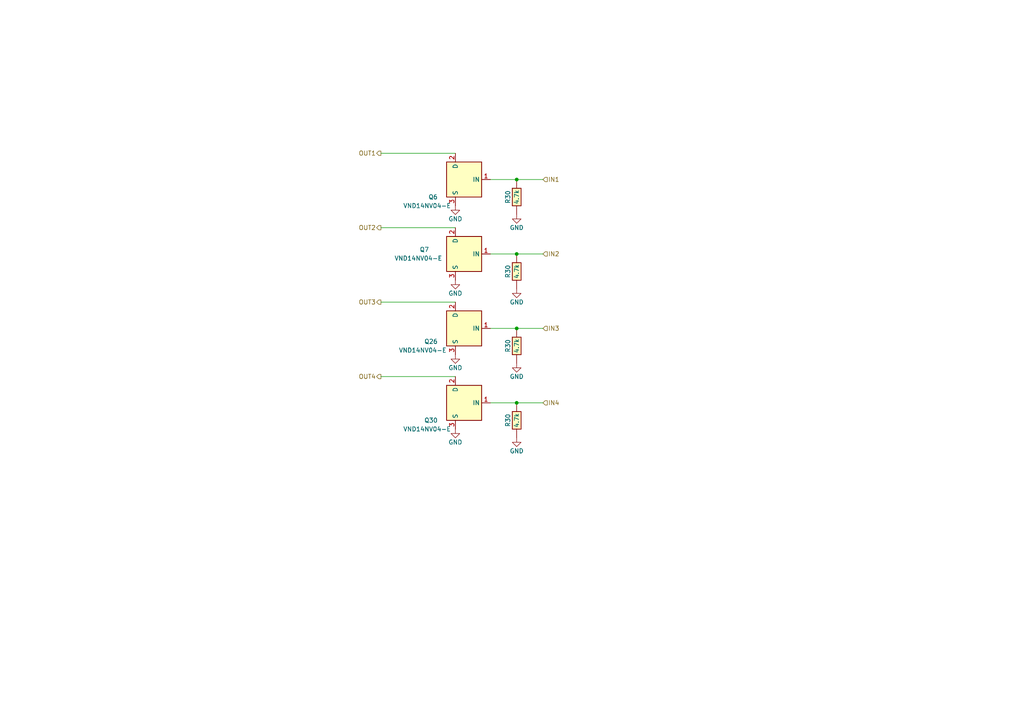
<source format=kicad_sch>
(kicad_sch (version 20230121) (generator eeschema)
  (paper "A4")
  (lib_symbols
    (symbol "Power_Management:AUIPS2041L"
      (property "Reference" "U" (at 3.81 1.27 0))
      (property "Value" "AUIPS2041L" (at 3.81 -1.27 0))
      (symbol "AUIPS2041L_0_1"
        (rectangle (start -7.62 5.08) (end 2.54 -5.08) (stroke (width 0.254)) (fill (type background)))
      )
      (symbol "AUIPS2041L_1_1"
        (pin input line (at -10.16 0 0) (length 2.54) (name "IN") (number "1"))
        (pin passive line (at 0 7.62 270) (length 2.54) (name "D") (number "2"))
        (pin power_in line (at 0 -7.62 90) (length 2.54) (name "S") (number "3"))
      )
    )
    (symbol "hellen-one-common:Res" (pin_numbers hide)
      (property "Reference" "R" (at 3.81 2.54 0))
      (property "Value" "Res" (at 5.08 -2.54 0))
      (symbol "Res_1_0"
        (rectangle (start 2.54 -1.27) (end 7.62 1.27) (stroke (width 0.254)) (fill (type background)))
        (pin passive line (at 0 0 0) (length 2.54) (name "") (number "1"))
        (pin passive line (at 10.16 0 180) (length 2.54) (name "") (number "2"))
      )
    )
    (symbol "power:GND" (power) (pin_names (offset 0))
      (property "Value" "GND" (at 0 -3.81 0))
      (symbol "GND_0_1"
        (polyline (pts (xy 0 0) (xy 0 -1.27) (xy 1.27 -1.27) (xy 0 -2.54) (xy -1.27 -1.27) (xy 0 -1.27)))
      )
      (symbol "GND_1_1"
        (pin power_in line (at 0 0 270) (length 0) hide (name "GND") (number "1"))
      )
    )
  )
  (junction (at 149.86 116.84))
  (junction (at 149.86 73.66))
  (junction (at 149.86 95.25))
  (junction (at 149.86 52.07))
  (wire (pts (xy 110.49 66.04) (xy 132.08 66.04)))
  (wire (pts (xy 157.48 52.07) (xy 149.86 52.07)))
  (wire (pts (xy 157.48 116.84) (xy 149.86 116.84)))
  (wire (pts (xy 110.49 109.22) (xy 132.08 109.22)))
  (wire (pts (xy 157.48 95.25) (xy 149.86 95.25)))
  (wire (pts (xy 110.49 87.63) (xy 132.08 87.63)))
  (wire (pts (xy 149.86 52.07) (xy 142.24 52.07)))
  (wire (pts (xy 110.49 44.45) (xy 132.08 44.45)))
  (wire (pts (xy 149.86 73.66) (xy 142.24 73.66)))
  (wire (pts (xy 149.86 116.84) (xy 142.24 116.84)))
  (wire (pts (xy 157.48 73.66) (xy 149.86 73.66)))
  (wire (pts (xy 149.86 95.25) (xy 142.24 95.25)))
  (hierarchical_label "OUT1" (shape output) (at 110.49 44.45 180))
  (hierarchical_label "OUT3" (shape output) (at 110.49 87.63 180))
  (hierarchical_label "IN2" (shape input) (at 157.48 73.66 0))
  (hierarchical_label "OUT4" (shape output) (at 110.49 109.22 180))
  (hierarchical_label "IN4" (shape input) (at 157.48 116.84 0))
  (hierarchical_label "IN1" (shape input) (at 157.48 52.07 0))
  (hierarchical_label "IN3" (shape input) (at 157.48 95.25 0))
  (hierarchical_label "OUT2" (shape output) (at 110.49 66.04 180))
  (symbol (lib_id "power:GND") (at 149.86 105.41 0) (mirror y) (unit 1)
    (property "Reference" "#PWR035" (effects hide))
    (property "Value" "GND" (at 149.86 109.22 0))
    (instances (project "alphax_4ch" (path "" (reference "#PWR035") (unit 1)) (path "" (reference "#PWR0151") (unit 1))))
  )
  (symbol (lib_id "Power_Management:AUIPS2041L") (at 132.08 116.84 0) (mirror y) (unit 1)
    (property "Reference" "Q30" (at 127 121.92 0) (effects (justify left)))
    (property "Value" "VND14NV04-E" (at 130.81 124.46 0) (effects (justify left)))
    (property "Footprint" "hellen-one-common:DPAK" (effects hide))
    (property "Datasheet" "https://www.infineon.com/dgdl/Infineon-AUIPS2041-DS-v01_00-EN.pdf?fileId=5546d4625a888733015aae147a9d4c57" (effects hide))
    (property "LCSC" "C155647" (effects hide))
  )
  (symbol (lib_id "Power_Management:AUIPS2041L") (at 132.08 95.25 0) (mirror y) (unit 1)
    (property "Reference" "Q26" (at 127 99.06 0) (effects (justify left)))
    (property "Value" "VND14NV04-E" (at 129.54 101.6 0) (effects (justify left)))
    (property "Footprint" "hellen-one-common:DPAK" (effects hide))
    (property "Datasheet" "https://www.infineon.com/dgdl/Infineon-AUIPS2041-DS-v01_00-EN.pdf?fileId=5546d4625a888733015aae147a9d4c57" (effects hide))
    (property "LCSC" "C155647" (effects hide))
  )
  (symbol (lib_id "power:GND") (at 149.86 62.23 0) (mirror y) (unit 1)
    (property "Reference" "#PWR035" (effects hide))
    (property "Value" "GND" (at 149.86 66.04 0))
    (instances (project "alphax_4ch" (path "" (reference "#PWR035") (unit 1)) (path "" (reference "#PWR0143") (unit 1))))
  )
  (symbol (lib_id "hellen-one-common:Res") (at 149.86 73.66 270) (unit 1)
    (property "Reference" "R30" (at 147.32 78.74 0))
    (property "Value" "4.7k" (at 149.86 78.74 0))
    (property "Footprint" "hellen-one-common:R0603" (effects hide))
    (property "LCSC" "C23162" (effects hide))
    (instances (project "alphax_4ch" (path "" (reference "R30") (unit 1)) (path "" (reference "R99") (unit 1))))
  )
  (symbol (lib_id "hellen-one-common:Res") (at 149.86 95.25 270) (unit 1)
    (property "Reference" "R30" (at 147.32 100.33 0))
    (property "Value" "4.7k" (at 149.86 100.33 0))
    (property "Footprint" "hellen-one-common:R0603" (effects hide))
    (property "LCSC" "C23162" (effects hide))
    (instances (project "alphax_4ch" (path "" (reference "R30") (unit 1)) (path "" (reference "R1100") (unit 1))))
  )
  (symbol (lib_id "Power_Management:AUIPS2041L") (at 132.08 73.66 0) (mirror y) (unit 1)
    (property "Reference" "Q7" (at 124.46 72.39 0) (effects (justify left)))
    (property "Value" "VND14NV04-E" (at 128.27 74.93 0) (effects (justify left)))
    (property "Footprint" "hellen-one-common:DPAK" (effects hide))
    (property "Datasheet" "https://www.infineon.com/dgdl/Infineon-AUIPS2041-DS-v01_00-EN.pdf?fileId=5546d4625a888733015aae147a9d4c57" (effects hide))
    (property "LCSC" " C155647" (effects hide))
  )
  (symbol (lib_id "power:GND") (at 132.08 102.87 0) (mirror y) (unit 1)
    (property "Reference" "#PWR0139" (effects hide))
    (property "Value" "GND" (at 132.08 106.68 0))
    (instances (project "alphax_4ch" (path "" (reference "#PWR0139") (unit 1)) (path "" (reference "#PWR0147") (unit 1))))
  )
  (symbol (lib_id "hellen-one-common:Res") (at 149.86 116.84 270) (unit 1)
    (property "Reference" "R30" (at 147.32 121.92 0))
    (property "Value" "4.7k" (at 149.86 121.92 0))
    (property "Footprint" "hellen-one-common:R0603" (effects hide))
    (property "LCSC" "C23162" (effects hide))
    (instances (project "alphax_4ch" (path "" (reference "R30") (unit 1)) (path "" (reference "R1101") (unit 1))))
  )
  (symbol (lib_id "power:GND") (at 149.86 83.82 0) (mirror y) (unit 1)
    (property "Reference" "#PWR035" (effects hide))
    (property "Value" "GND" (at 149.86 87.63 0))
    (instances (project "alphax_4ch" (path "" (reference "#PWR035") (unit 1)) (path "" (reference "#PWR0149") (unit 1))))
  )
  (symbol (lib_id "power:GND") (at 132.08 81.28 0) (mirror y) (unit 1)
    (property "Reference" "#PWR036" (effects hide))
    (property "Value" "GND" (at 132.08 85.09 0))
    (instances (project "alphax_4ch" (path "" (reference "#PWR036") (unit 1)) (path "" (reference "#PWR0148") (unit 1))))
  )
  (symbol (lib_id "power:GND") (at 132.08 59.69 0) (mirror y) (unit 1)
    (property "Reference" "#PWR035" (effects hide))
    (property "Value" "GND" (at 132.08 63.5 0))
    (instances (project "alphax_4ch" (path "" (reference "#PWR035") (unit 1)) (path "" (reference "#PWR0146") (unit 1))))
  )
  (symbol (lib_id "power:GND") (at 149.86 127 0) (mirror y) (unit 1)
    (property "Reference" "#PWR035" (effects hide))
    (property "Value" "GND" (at 149.86 130.81 0))
    (instances (project "alphax_4ch" (path "" (reference "#PWR035") (unit 1)) (path "" (reference "#PWR0144") (unit 1))))
  )
  (symbol (lib_id "hellen-one-common:Res") (at 149.86 52.07 270) (unit 1)
    (property "Reference" "R30" (at 147.32 57.15 0))
    (property "Value" "4.7k" (at 149.86 57.15 0))
    (property "Footprint" "hellen-one-common:R0603" (effects hide))
    (property "LCSC" "C23162" (effects hide))
    (instances (project "alphax_4ch" (path "" (reference "R30") (unit 1)) (path "" (reference "R98") (unit 1))))
  )
  (symbol (lib_id "power:GND") (at 132.08 124.46 0) (mirror y) (unit 1)
    (property "Reference" "#PWR0143" (effects hide))
    (property "Value" "GND" (at 132.08 128.27 0))
    (instances (project "alphax_4ch" (path "" (reference "#PWR0143") (unit 1)) (path "" (reference "#PWR0145") (unit 1))))
  )
  (symbol (lib_id "Power_Management:AUIPS2041L") (at 132.08 52.07 0) (mirror y) (unit 1)
    (property "Reference" "Q6" (at 127 57.15 0) (effects (justify left)))
    (property "Value" "VND14NV04-E" (at 130.81 59.69 0) (effects (justify left)))
    (property "Footprint" "hellen-one-common:DPAK" (effects hide))
    (property "Datasheet" "https://www.infineon.com/dgdl/Infineon-AUIPS2041-DS-v01_00-EN.pdf?fileId=5546d4625a888733015aae147a9d4c57" (effects hide))
    (property "LCSC" "C155647" (effects hide))
  )
)
</source>
